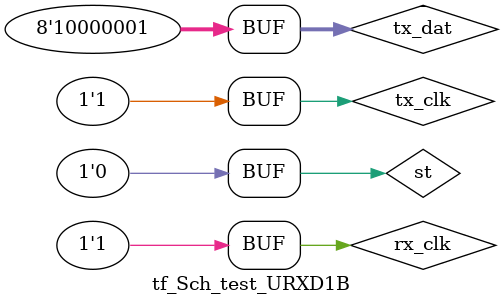
<source format=v>
`timescale 1ns / 1ps


module tf_Sch_test_URXD1B;

	// Inputs
	reg tx_clk;
	reg st;
	reg [7:0] tx_dat;
	reg rx_clk;

	// Outputs
	wire TXD;
	wire [3:0] cb_bit_tx;
	wire en_rx_byte;
	wire [7:0] sr_dat;
	wire [3:0] cb_bit_rx;
	wire ok_rx_byte;
	wire start_rx;
	wire T_start;
	wire T_dat;
	wire T_stop;
	wire ce_tact;
	wire ce_bit;
	wire RXD;

	// Instantiate the Unit Under Test (UUT)
	Sch_test_URXD1B uut (
		.tx_clk(tx_clk), 
		.TXD(TXD), 
		.st(st), 
		.cb_bit_tx(cb_bit_tx), 
		.tx_dat(tx_dat), 
		.en_rx_byte(en_rx_byte), 
		.rx_clk(rx_clk), 
		.sr_dat(sr_dat), 
		.cb_bit_rx(cb_bit_rx), 
		.ok_rx_byte(ok_rx_byte), 
		.start_rx(start_rx), 
		.T_start(T_start), 
		.T_dat(T_dat), 
		.T_stop(T_stop), 
		.ce_tact(ce_tact), 
		.ce_bit(ce_bit), 
		.RXD(RXD)
	);
always begin tx_clk = 1'b0; #10 tx_clk = 1'b1; #10; end // PERIOD = 20
always begin rx_clk = 1'b0; #10 rx_clk = 1'b1; #10; end // PERIOD = 20
//always begin rx_clk = 1'b0; #10.5 rx_clk = 1'b1; #10.5; end // PERIOD = 21
//always begin rx_clk = 1'b0; #9.4 rx_clk = 1'b1; #9.4; end // PERIOD = 18.8

initial begin
	st = 0 ; tx_dat = 0 ;
	#1000; st = 1; tx_dat = 8'b10000001;// my tx_dat (èç òàáëèöû 1)
	#20; st = 0; 	tx_dat = 8'b10000001;// my tx_dat (èç òàáëèöû 1)
	//#1270;
	//#160;
	//#160;
	//#20;
	//st = 1;
	//#20;
	//st = 0;
end
      
endmodule


</source>
